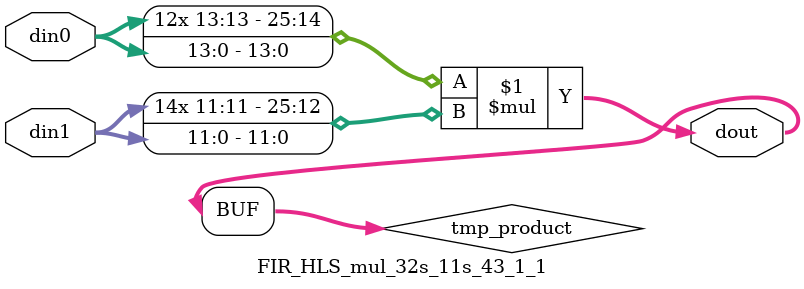
<source format=v>

`timescale 1 ns / 1 ps

 module FIR_HLS_mul_32s_11s_43_1_1(din0, din1, dout);
parameter ID = 1;
parameter NUM_STAGE = 0;
parameter din0_WIDTH = 14;
parameter din1_WIDTH = 12;
parameter dout_WIDTH = 26;

input [din0_WIDTH - 1 : 0] din0; 
input [din1_WIDTH - 1 : 0] din1; 
output [dout_WIDTH - 1 : 0] dout;

wire signed [dout_WIDTH - 1 : 0] tmp_product;



























assign tmp_product = $signed(din0) * $signed(din1);








assign dout = tmp_product;





















endmodule

</source>
